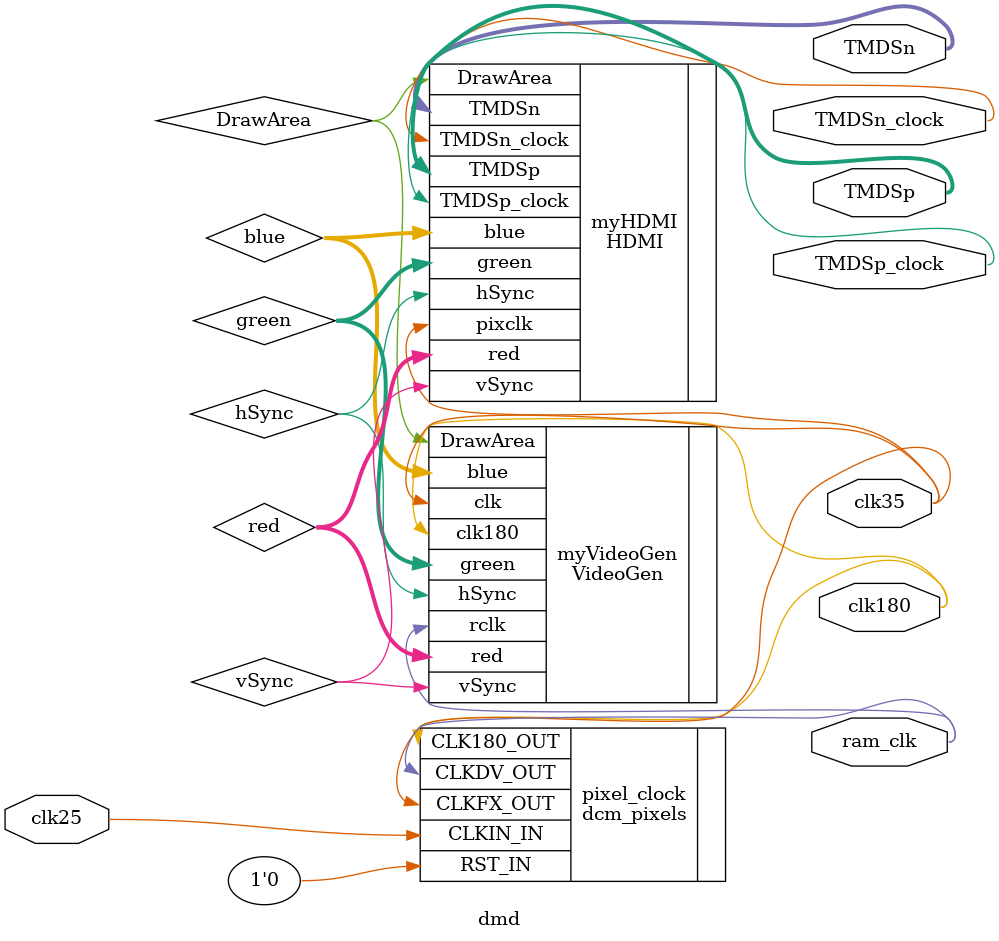
<source format=v>

module dmd(
	input clk25,
	output [2:0] TMDSp, TMDSn,
	output clk35,clk180,ram_clk,TMDSp_clock, TMDSn_clock
	//input RxD,
	//output TxD
);

wire hSync, vSync, DrawArea;
wire [7:0] red, green, blue;

dcm_pixels pixel_clock (
    .CLKIN_IN(clk25), 
    .RST_IN(1'b0), 
    .CLKFX_OUT(clk35),
	 .CLKDV_OUT(ram_clk),
	 .CLK180_OUT(clk180)
    //.CLKIN_IBUFG_OUT(), 
    //.CLK0_OUT(clk1x)
    //.LOCKED_OUT(LED)
);

// RxD
/*wire [7:0] RxD_data;
wire RxD_data_ready;
reg [7:0] frame1;

async_receiver RX(
	.clk(clk35),
	.RxD(RxD),
	.RxD_data_ready(RxD_data_ready),
	.RxD_data(RxD_data),
	.RxD_idle(),
	.RxD_endofpacket()
);

always @(posedge clk35) begin
 if(RxD_data_ready) begin 
	assign frame1 = RxD_data;
 end else begin
	assign frame1 = 8'd0;
 end
end*/

//reg [31:0] cnt;
//always @(posedge clk1x) cnt <= cnt + 1;

//assign LED = ~cnt[22] & ~cnt[20];

VideoGen myVideoGen(
	.clk(clk35),
	.rclk(ram_clk),
	.clk180(clk180),
	.hSync(hSync),
	.vSync(vSync),
	.DrawArea(DrawArea),
	.red(red),
	.green(green),
	.blue(blue)
);

HDMI myHDMI(
	.pixclk(clk35),
	.hSync(hSync),
	.vSync(vSync),
	.DrawArea(DrawArea),
	.red(red),
	.green(green),
	.blue(blue),
	.TMDSp(TMDSp),
	.TMDSn(TMDSn),
	.TMDSp_clock(TMDSp_clock),
	.TMDSn_clock(TMDSn_clock)
);


endmodule

////////////////////////////////////////////////////////////////////////

</source>
